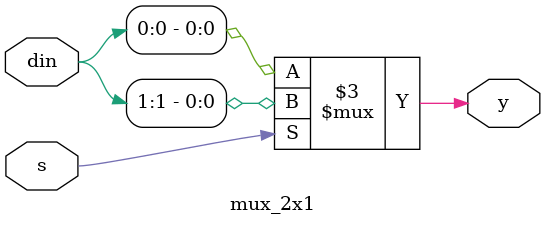
<source format=v>
/*
behavioral model of a 2x1 mux
*/

module mux_2x1(input[1:0] din, input s, output reg y);

    always @(din or s or y) begin
        if(s)
            y = din[1];
        else 
            y = din[0];
    end

endmodule
</source>
